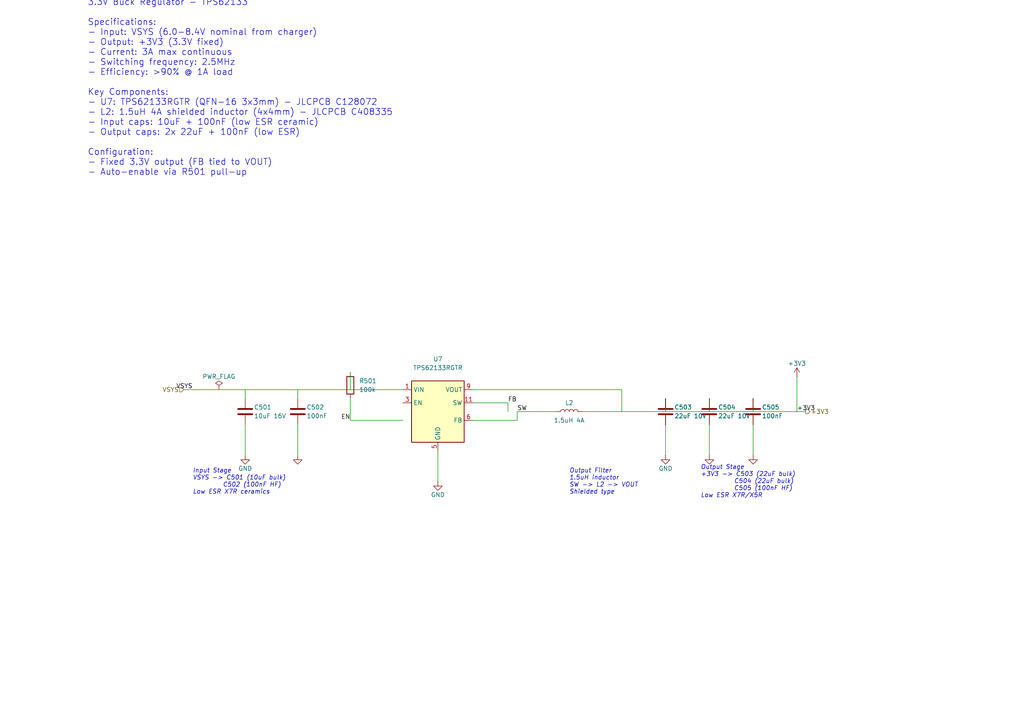
<source format=kicad_sch>
(kicad_sch (version 20231120) (generator "eeschema") (generator_version "8.0")
  (paper "A4")
  (title_block (title "Section 05: 3.3V Regulator") (date "2026-01-28") (rev "1.0") (company "IMSAFE Project") (comment 1 "TPS62133 3A Buck Regulator") (comment 2 "Fixed 3.3V output from VSYS"))
  (lib_symbols
    (symbol "Device:C" (pin_numbers hide) (pin_names (offset 0.254))
      (property "Reference" "C" (at 0.635 2.54 0))
      (property "Value" "C" (at 0.635 -2.54 0))
      (symbol "C_0_1"
        (polyline (pts (xy -2.032 -0.762) (xy 2.032 -0.762)) (stroke (width 0.508)))
        (polyline (pts (xy -2.032 0.762) (xy 2.032 0.762)) (stroke (width 0.508)))
      )
      (symbol "C_1_1"
        (pin passive line (at 0 3.81 270) (length 2.794) (name "~") (number "1"))
        (pin passive line (at 0 -3.81 90) (length 2.794) (name "~") (number "2"))
      )
    )
    (symbol "Device:R" (pin_numbers hide) (pin_names (offset 0))
      (property "Reference" "R" (at 2.032 0 90))
      (property "Value" "R" (at 0 0 90))
      (symbol "R_0_1"
        (rectangle (start -1.016 -2.54) (end 1.016 2.54) (stroke (width 0.254)))
      )
      (symbol "R_1_1"
        (pin passive line (at 0 3.81 270) (length 1.27) (name "~") (number "1"))
        (pin passive line (at 0 -3.81 90) (length 1.27) (name "~") (number "2"))
      )
    )
    (symbol "Device:L" (pin_numbers hide) (pin_names (offset 1.016) hide)
      (property "Reference" "L" (at -1.016 0 90))
      (property "Value" "L" (at 1.524 0 90))
      (symbol "L_0_1"
        (arc (start 0 -2.54) (mid 0.6323 -1.905) (end 0 -1.27))
        (arc (start 0 -1.27) (mid 0.6323 -0.635) (end 0 0))
        (arc (start 0 0) (mid 0.6323 0.635) (end 0 1.27))
        (arc (start 0 1.27) (mid 0.6323 1.905) (end 0 2.54))
      )
      (symbol "L_1_1"
        (pin passive line (at 0 3.81 270) (length 1.27) (name "1") (number "1"))
        (pin passive line (at 0 -3.81 90) (length 1.27) (name "2") (number "2"))
      )
    )
    (symbol "power:GND" (power) (pin_numbers hide) (pin_names (offset 0) hide)
      (property "Value" "GND" (at 0 -3.81 0))
      (symbol "GND_0_1"
        (polyline (pts (xy 0 0) (xy 0 -1.27) (xy 1.27 -1.27) (xy 0 -2.54) (xy -1.27 -1.27) (xy 0 -1.27)))
      )
      (symbol "GND_1_1"
        (pin power_in line (at 0 0 270) (length 0) (name "GND") (number "1"))
      )
    )
    (symbol "power:+3V3" (power) (pin_numbers hide) (pin_names (offset 0) hide)
      (property "Value" "+3V3" (at 0 3.556 0))
      (symbol "+3V3_0_1"
        (polyline (pts (xy -0.762 1.27) (xy 0 2.54)))
        (polyline (pts (xy 0 0) (xy 0 2.54)))
        (polyline (pts (xy 0 2.54) (xy 0.762 1.27)))
      )
      (symbol "+3V3_1_1"
        (pin power_in line (at 0 0 90) (length 0) (name "+3V3") (number "1"))
      )
    )
    (symbol "power:PWR_FLAG" (power) (pin_numbers hide) (pin_names (offset 0) hide)
      (property "Value" "PWR_FLAG" (at 0 3.81 0))
      (symbol "PWR_FLAG_0_0"
        (pin power_out line (at 0 0 90) (length 0) (name "pwr") (number "1"))
      )
      (symbol "PWR_FLAG_0_1"
        (polyline (pts (xy 0 0) (xy 0 1.27) (xy -1.016 1.905) (xy 0 2.54) (xy 1.016 1.905) (xy 0 1.27)))
      )
    )
    (symbol "Regulator:TPS62133RGTR"
      (property "Reference" "U" (at 0 12.7 0))
      (property "Value" "TPS62133RGTR" (at 0 10.16 0))
      (symbol "TPS62133RGTR_0_1"
        (rectangle (start -7.62 8.89) (end 7.62 -8.89) (stroke (width 0.254)) (fill (type background)))
      )
      (symbol "TPS62133RGTR_1_1"
        (pin power_in line (at -10.16 6.35 0) (length 2.54) (name "VIN") (number "1"))
        (pin input line (at -10.16 2.54 0) (length 2.54) (name "EN") (number "3"))
        (pin power_in line (at 0 -11.43 90) (length 2.54) (name "GND") (number "5"))
        (pin input line (at 10.16 -2.54 180) (length 2.54) (name "FB") (number "6"))
        (pin power_out line (at 10.16 6.35 180) (length 2.54) (name "VOUT") (number "9"))
        (pin passive line (at 10.16 2.54 180) (length 2.54) (name "SW") (number "11"))
      )
    )
  )
  (text "3.3V Buck Regulator - TPS62133\n\nSpecifications:\n- Input: VSYS (6.0-8.4V nominal from charger)\n- Output: +3V3 (3.3V fixed)\n- Current: 3A max continuous\n- Switching frequency: 2.5MHz\n- Efficiency: >90% @ 1A load\n\nKey Components:\n- U7: TPS62133RGTR (QFN-16 3x3mm) - JLCPCB C128072\n- L2: 1.5uH 4A shielded inductor (4x4mm) - JLCPCB C408335\n- Input caps: 10uF + 100nF (low ESR ceramic)\n- Output caps: 2x 22uF + 100nF (low ESR)\n\nConfiguration:\n- Fixed 3.3V output (FB tied to VOUT)\n- Auto-enable via R501 pull-up" (at 25.4 25.4 0) (effects (font (size 1.8 1.8)) (justify left)))
  (text "Input Stage\nVSYS -> C501 (10uF bulk)\n         C502 (100nF HF)\nLow ESR X7R ceramics" (at 55.88 139.7 0) (effects (font (size 1.27 1.27) (italic yes)) (justify left)))
  (text "Output Filter\n1.5uH inductor\nSW -> L2 -> VOUT\nShielded type" (at 165.1 139.7 0) (effects (font (size 1.27 1.27) (italic yes)) (justify left)))
  (text "Output Stage\n+3V3 -> C503 (22uF bulk)\n          C504 (22uF bulk)\n          C505 (100nF HF)\nLow ESR X7R/X5R" (at 203.2 139.7 0) (effects (font (size 1.27 1.27) (italic yes)) (justify left)))
  (symbol (lib_id "Regulator:TPS62133RGTR") (at 127 119.38 0) (unit 1)
    (property "Reference" "U7" (at 127 104.14 0))
    (property "Value" "TPS62133RGTR" (at 127 106.68 0))
    (property "Footprint" "Package_DFN_QFN:QFN-16-1EP_3x3mm_P0.5mm_EP1.8x1.8mm" (effects hide))
    (property "Datasheet" "https://www.ti.com/lit/ds/symlink/tps62133.pdf" (effects hide))
    (property "JLCPCB" "C128072" (effects hide))
  )
  (symbol (lib_id "Device:C") (at 71.12 119.38 0) (unit 1)
    (property "Reference" "C501" (at 73.66 118.11 0) (effects (justify left)))
    (property "Value" "10uF 16V" (at 73.66 120.65 0) (effects (justify left)))
    (property "Footprint" "Capacitor_SMD:C_0805_2012Metric" (effects hide))
    (property "JLCPCB" "C15850" (effects hide))
  )
  (symbol (lib_id "Device:C") (at 86.36 119.38 0) (unit 1)
    (property "Reference" "C502" (at 88.9 118.11 0) (effects (justify left)))
    (property "Value" "100nF" (at 88.9 120.65 0) (effects (justify left)))
    (property "Footprint" "Capacitor_SMD:C_0603_1608Metric" (effects hide))
    (property "JLCPCB" "C14663" (effects hide))
  )
  (symbol (lib_id "Device:L") (at 165.1 119.38 90) (unit 1)
    (property "Reference" "L2" (at 165.1 116.84 90))
    (property "Value" "1.5uH 4A" (at 165.1 121.92 90))
    (property "Footprint" "Inductor_SMD:L_4x4mm_H2.5mm" (effects hide))
    (property "JLCPCB" "C408335" (effects hide))
  )
  (symbol (lib_id "Device:C") (at 193.04 119.38 0) (unit 1)
    (property "Reference" "C503" (at 195.58 118.11 0) (effects (justify left)))
    (property "Value" "22uF 10V" (at 195.58 120.65 0) (effects (justify left)))
    (property "Footprint" "Capacitor_SMD:C_0805_2012Metric" (effects hide))
    (property "JLCPCB" "C45783" (effects hide))
  )
  (symbol (lib_id "Device:C") (at 205.74 119.38 0) (unit 1)
    (property "Reference" "C504" (at 208.28 118.11 0) (effects (justify left)))
    (property "Value" "22uF 10V" (at 208.28 120.65 0) (effects (justify left)))
    (property "Footprint" "Capacitor_SMD:C_0805_2012Metric" (effects hide))
    (property "JLCPCB" "C45783" (effects hide))
  )
  (symbol (lib_id "Device:C") (at 218.44 119.38 0) (unit 1)
    (property "Reference" "C505" (at 220.98 118.11 0) (effects (justify left)))
    (property "Value" "100nF" (at 220.98 120.65 0) (effects (justify left)))
    (property "Footprint" "Capacitor_SMD:C_0603_1608Metric" (effects hide))
    (property "JLCPCB" "C14663" (effects hide))
  )
  (symbol (lib_id "Device:R") (at 101.6 111.76 0) (unit 1)
    (property "Reference" "R501" (at 104.14 110.49 0) (effects (justify left)))
    (property "Value" "100k" (at 104.14 113.03 0) (effects (justify left)))
    (property "Footprint" "Resistor_SMD:R_0603_1608Metric" (effects hide))
    (property "JLCPCB" "C25803" (effects hide))
  )
  (symbol (lib_id "power:GND") (at 127 139.7 0) (unit 1)
    (property "Reference" "#PWR0501" (effects hide))
    (property "Value" "GND" (at 127 143.51 0))
  )
  (symbol (lib_id "power:GND") (at 71.12 132.08 0) (unit 1)
    (property "Reference" "#PWR0502" (effects hide))
    (property "Value" "GND" (at 71.12 135.89 0))
  )
  (symbol (lib_id "power:GND") (at 86.36 132.08 0) (unit 1)
    (property "Reference" "#PWR0503" (effects hide))
    (property "Value" "GND" (effects hide))
  )
  (symbol (lib_id "power:GND") (at 193.04 132.08 0) (unit 1)
    (property "Reference" "#PWR0504" (effects hide))
    (property "Value" "GND" (at 193.04 135.89 0))
  )
  (symbol (lib_id "power:GND") (at 205.74 132.08 0) (unit 1)
    (property "Reference" "#PWR0505" (effects hide))
    (property "Value" "GND" (effects hide))
  )
  (symbol (lib_id "power:GND") (at 218.44 132.08 0) (unit 1)
    (property "Reference" "#PWR0506" (effects hide))
    (property "Value" "GND" (effects hide))
  )
  (symbol (lib_id "power:+3V3") (at 231.14 109.22 0) (unit 1)
    (property "Reference" "#PWR0507" (effects hide))
    (property "Value" "+3V3" (at 231.14 105.41 0))
  )
  (wire (pts (xy 55.88 113.03) (xy 71.12 113.03)))
  (wire (pts (xy 71.12 113.03) (xy 86.36 113.03)))
  (wire (pts (xy 86.36 113.03) (xy 101.6 113.03)))
  (wire (pts (xy 101.6 113.03) (xy 116.84 113.03)))
  (wire (pts (xy 71.12 115.57) (xy 71.12 113.03)))
  (wire (pts (xy 71.12 123.19) (xy 71.12 132.08)))
  (wire (pts (xy 86.36 115.57) (xy 86.36 113.03)))
  (wire (pts (xy 86.36 123.19) (xy 86.36 132.08)))
  (wire (pts (xy 101.6 107.95) (xy 101.6 113.03)))
  (wire (pts (xy 101.6 115.57) (xy 101.6 121.92)))
  (wire (pts (xy 101.6 121.92) (xy 116.84 121.92)))
  (wire (pts (xy 127 130.81) (xy 127 139.7)))
  (wire (pts (xy 137.16 121.92) (xy 150.0 121.92)))
  (wire (pts (xy 150.0 121.92) (xy 150.0 119.38)))
  (wire (pts (xy 150.0 119.38) (xy 161.29 119.38)))
  (wire (pts (xy 168.91 119.38) (xy 180.34 119.38)))
  (wire (pts (xy 180.34 119.38) (xy 180.34 113.03)))
  (wire (pts (xy 180.34 113.03) (xy 137.16 113.03)))
  (wire (pts (xy 180.34 119.38) (xy 193.04 119.38)))
  (wire (pts (xy 193.04 119.38) (xy 205.74 119.38)))
  (wire (pts (xy 205.74 119.38) (xy 218.44 119.38)))
  (wire (pts (xy 218.44 119.38) (xy 231.14 119.38)))
  (wire (pts (xy 193.04 115.57) (xy 193.04 119.38)))
  (wire (pts (xy 193.04 123.19) (xy 193.04 132.08)))
  (wire (pts (xy 205.74 115.57) (xy 205.74 119.38)))
  (wire (pts (xy 205.74 123.19) (xy 205.74 132.08)))
  (wire (pts (xy 218.44 115.57) (xy 218.44 119.38)))
  (wire (pts (xy 218.44 123.19) (xy 218.44 132.08)))
  (wire (pts (xy 231.14 109.22) (xy 231.14 119.38)))
  (wire (pts (xy 137.16 116.84) (xy 147.32 116.84)))
  (wire (pts (xy 147.32 116.84) (xy 147.32 119.38)))
  (label "VSYS" (at 55.88 113.03 180))
  (label "SW" (at 150.0 119.38 0))
  (label "+3V3" (at 231.14 119.38 0))
  (label "FB" (at 147.32 116.84 0))
  (label "EN" (at 101.6 121.92 180))
  (hierarchical_label "VSYS" (shape input) (at 53.34 113.03 180))
  (hierarchical_label "+3V3" (shape output) (at 233.68 119.38 0))
  (wire (pts (xy 53.34 113.03) (xy 55.88 113.03)))
  (wire (pts (xy 231.14 119.38) (xy 233.68 119.38)))
  (symbol (lib_id "power:PWR_FLAG") (at 63.5 113.03 0) (unit 1)
    (property "Reference" "#FLG0501" (effects hide))
    (property "Value" "PWR_FLAG" (at 63.5 109.22 0))
  )
)
</source>
